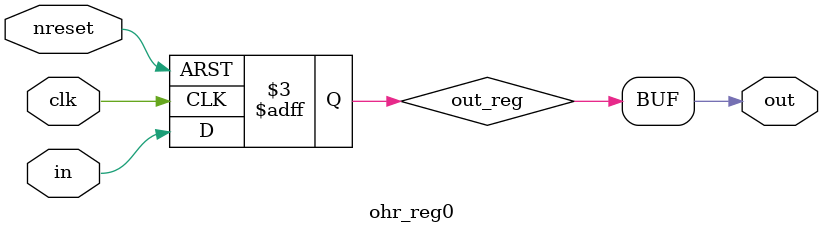
<source format=v>

module ohr_reg0 #(parameter N = 1)       // data width
   ( input          nreset, //async active low reset
     input 	    clk, // clk, latch when clk=0
     input [N-1:0]  in, // input data
     output [N-1:0] out  // output data (stable/latched when clk=1)
     );

`ifdef CFG_ASIC
   asic_reg0 ireg [N-1:0] (.nreset(nreset),
			    .clk(clk),
			    .in(in[N-1:0]),
			    .out(out[N-1:0]));
`else
   reg [N-1:0]      out_reg;
   always @ (negedge clk or negedge nreset)
     if(~nreset)
       out_reg[N-1:0] <= 'b0;
     else
       out_reg[N-1:0] <= in[N-1:0];
   assign out[N-1:0] = out_reg[N-1:0];
`endif

endmodule // ohr_reg0

</source>
